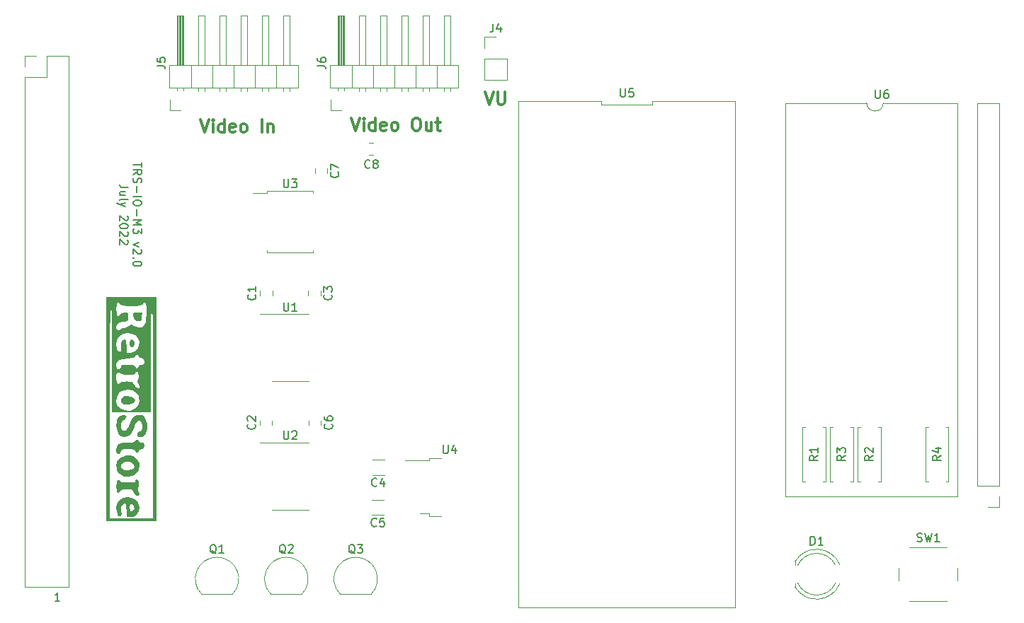
<source format=gbr>
%TF.GenerationSoftware,KiCad,Pcbnew,(6.0.6-0)*%
%TF.CreationDate,2022-07-26T13:54:30-07:00*%
%TF.ProjectId,TRS-IO-M3,5452532d-494f-42d4-9d33-2e6b69636164,rev?*%
%TF.SameCoordinates,Original*%
%TF.FileFunction,Legend,Top*%
%TF.FilePolarity,Positive*%
%FSLAX46Y46*%
G04 Gerber Fmt 4.6, Leading zero omitted, Abs format (unit mm)*
G04 Created by KiCad (PCBNEW (6.0.6-0)) date 2022-07-26 13:54:30*
%MOMM*%
%LPD*%
G01*
G04 APERTURE LIST*
%ADD10C,0.300000*%
%ADD11C,0.150000*%
%ADD12C,0.120000*%
G04 APERTURE END LIST*
D10*
X154028571Y-68878571D02*
X154528571Y-70378571D01*
X155028571Y-68878571D01*
X155528571Y-70378571D02*
X155528571Y-69378571D01*
X155528571Y-68878571D02*
X155457142Y-68950000D01*
X155528571Y-69021428D01*
X155600000Y-68950000D01*
X155528571Y-68878571D01*
X155528571Y-69021428D01*
X156885714Y-70378571D02*
X156885714Y-68878571D01*
X156885714Y-70307142D02*
X156742857Y-70378571D01*
X156457142Y-70378571D01*
X156314285Y-70307142D01*
X156242857Y-70235714D01*
X156171428Y-70092857D01*
X156171428Y-69664285D01*
X156242857Y-69521428D01*
X156314285Y-69450000D01*
X156457142Y-69378571D01*
X156742857Y-69378571D01*
X156885714Y-69450000D01*
X158171428Y-70307142D02*
X158028571Y-70378571D01*
X157742857Y-70378571D01*
X157600000Y-70307142D01*
X157528571Y-70164285D01*
X157528571Y-69592857D01*
X157600000Y-69450000D01*
X157742857Y-69378571D01*
X158028571Y-69378571D01*
X158171428Y-69450000D01*
X158242857Y-69592857D01*
X158242857Y-69735714D01*
X157528571Y-69878571D01*
X159100000Y-70378571D02*
X158957142Y-70307142D01*
X158885714Y-70235714D01*
X158814285Y-70092857D01*
X158814285Y-69664285D01*
X158885714Y-69521428D01*
X158957142Y-69450000D01*
X159100000Y-69378571D01*
X159314285Y-69378571D01*
X159457142Y-69450000D01*
X159528571Y-69521428D01*
X159600000Y-69664285D01*
X159600000Y-70092857D01*
X159528571Y-70235714D01*
X159457142Y-70307142D01*
X159314285Y-70378571D01*
X159100000Y-70378571D01*
X161671428Y-68878571D02*
X161957142Y-68878571D01*
X162100000Y-68950000D01*
X162242857Y-69092857D01*
X162314285Y-69378571D01*
X162314285Y-69878571D01*
X162242857Y-70164285D01*
X162100000Y-70307142D01*
X161957142Y-70378571D01*
X161671428Y-70378571D01*
X161528571Y-70307142D01*
X161385714Y-70164285D01*
X161314285Y-69878571D01*
X161314285Y-69378571D01*
X161385714Y-69092857D01*
X161528571Y-68950000D01*
X161671428Y-68878571D01*
X163600000Y-69378571D02*
X163600000Y-70378571D01*
X162957142Y-69378571D02*
X162957142Y-70164285D01*
X163028571Y-70307142D01*
X163171428Y-70378571D01*
X163385714Y-70378571D01*
X163528571Y-70307142D01*
X163600000Y-70235714D01*
X164100000Y-69378571D02*
X164671428Y-69378571D01*
X164314285Y-68878571D02*
X164314285Y-70164285D01*
X164385714Y-70307142D01*
X164528571Y-70378571D01*
X164671428Y-70378571D01*
X135985714Y-69078571D02*
X136485714Y-70578571D01*
X136985714Y-69078571D01*
X137485714Y-70578571D02*
X137485714Y-69578571D01*
X137485714Y-69078571D02*
X137414285Y-69150000D01*
X137485714Y-69221428D01*
X137557142Y-69150000D01*
X137485714Y-69078571D01*
X137485714Y-69221428D01*
X138842857Y-70578571D02*
X138842857Y-69078571D01*
X138842857Y-70507142D02*
X138700000Y-70578571D01*
X138414285Y-70578571D01*
X138271428Y-70507142D01*
X138200000Y-70435714D01*
X138128571Y-70292857D01*
X138128571Y-69864285D01*
X138200000Y-69721428D01*
X138271428Y-69650000D01*
X138414285Y-69578571D01*
X138700000Y-69578571D01*
X138842857Y-69650000D01*
X140128571Y-70507142D02*
X139985714Y-70578571D01*
X139700000Y-70578571D01*
X139557142Y-70507142D01*
X139485714Y-70364285D01*
X139485714Y-69792857D01*
X139557142Y-69650000D01*
X139700000Y-69578571D01*
X139985714Y-69578571D01*
X140128571Y-69650000D01*
X140200000Y-69792857D01*
X140200000Y-69935714D01*
X139485714Y-70078571D01*
X141057142Y-70578571D02*
X140914285Y-70507142D01*
X140842857Y-70435714D01*
X140771428Y-70292857D01*
X140771428Y-69864285D01*
X140842857Y-69721428D01*
X140914285Y-69650000D01*
X141057142Y-69578571D01*
X141271428Y-69578571D01*
X141414285Y-69650000D01*
X141485714Y-69721428D01*
X141557142Y-69864285D01*
X141557142Y-70292857D01*
X141485714Y-70435714D01*
X141414285Y-70507142D01*
X141271428Y-70578571D01*
X141057142Y-70578571D01*
X143342857Y-70578571D02*
X143342857Y-69078571D01*
X144057142Y-69578571D02*
X144057142Y-70578571D01*
X144057142Y-69721428D02*
X144128571Y-69650000D01*
X144271428Y-69578571D01*
X144485714Y-69578571D01*
X144628571Y-69650000D01*
X144700000Y-69792857D01*
X144700000Y-70578571D01*
D11*
X128952619Y-74188095D02*
X128952619Y-74759523D01*
X127952619Y-74473809D02*
X128952619Y-74473809D01*
X127952619Y-75664285D02*
X128428809Y-75330952D01*
X127952619Y-75092857D02*
X128952619Y-75092857D01*
X128952619Y-75473809D01*
X128905000Y-75569047D01*
X128857380Y-75616666D01*
X128762142Y-75664285D01*
X128619285Y-75664285D01*
X128524047Y-75616666D01*
X128476428Y-75569047D01*
X128428809Y-75473809D01*
X128428809Y-75092857D01*
X128000238Y-76045238D02*
X127952619Y-76188095D01*
X127952619Y-76426190D01*
X128000238Y-76521428D01*
X128047857Y-76569047D01*
X128143095Y-76616666D01*
X128238333Y-76616666D01*
X128333571Y-76569047D01*
X128381190Y-76521428D01*
X128428809Y-76426190D01*
X128476428Y-76235714D01*
X128524047Y-76140476D01*
X128571666Y-76092857D01*
X128666904Y-76045238D01*
X128762142Y-76045238D01*
X128857380Y-76092857D01*
X128905000Y-76140476D01*
X128952619Y-76235714D01*
X128952619Y-76473809D01*
X128905000Y-76616666D01*
X128333571Y-77045238D02*
X128333571Y-77807142D01*
X127952619Y-78283333D02*
X128952619Y-78283333D01*
X128952619Y-78949999D02*
X128952619Y-79140476D01*
X128905000Y-79235714D01*
X128809761Y-79330952D01*
X128619285Y-79378571D01*
X128285952Y-79378571D01*
X128095476Y-79330952D01*
X128000238Y-79235714D01*
X127952619Y-79140476D01*
X127952619Y-78949999D01*
X128000238Y-78854761D01*
X128095476Y-78759523D01*
X128285952Y-78711904D01*
X128619285Y-78711904D01*
X128809761Y-78759523D01*
X128905000Y-78854761D01*
X128952619Y-78949999D01*
X128333571Y-79807142D02*
X128333571Y-80569047D01*
X127952619Y-81045238D02*
X128952619Y-81045238D01*
X128238333Y-81378571D01*
X128952619Y-81711904D01*
X127952619Y-81711904D01*
X128952619Y-82092857D02*
X128952619Y-82711904D01*
X128571666Y-82378571D01*
X128571666Y-82521428D01*
X128524047Y-82616666D01*
X128476428Y-82664285D01*
X128381190Y-82711904D01*
X128143095Y-82711904D01*
X128047857Y-82664285D01*
X128000238Y-82616666D01*
X127952619Y-82521428D01*
X127952619Y-82235714D01*
X128000238Y-82140476D01*
X128047857Y-82092857D01*
X128619285Y-83807142D02*
X127952619Y-84045238D01*
X128619285Y-84283333D01*
X128857380Y-84616666D02*
X128905000Y-84664285D01*
X128952619Y-84759523D01*
X128952619Y-84997619D01*
X128905000Y-85092857D01*
X128857380Y-85140476D01*
X128762142Y-85188095D01*
X128666904Y-85188095D01*
X128524047Y-85140476D01*
X127952619Y-84569047D01*
X127952619Y-85188095D01*
X128047857Y-85616666D02*
X128000238Y-85664285D01*
X127952619Y-85616666D01*
X128000238Y-85569047D01*
X128047857Y-85616666D01*
X127952619Y-85616666D01*
X128952619Y-86283333D02*
X128952619Y-86378571D01*
X128905000Y-86473809D01*
X128857380Y-86521428D01*
X128762142Y-86569047D01*
X128571666Y-86616666D01*
X128333571Y-86616666D01*
X128143095Y-86569047D01*
X128047857Y-86521428D01*
X128000238Y-86473809D01*
X127952619Y-86378571D01*
X127952619Y-86283333D01*
X128000238Y-86188095D01*
X128047857Y-86140476D01*
X128143095Y-86092857D01*
X128333571Y-86045238D01*
X128571666Y-86045238D01*
X128762142Y-86092857D01*
X128857380Y-86140476D01*
X128905000Y-86188095D01*
X128952619Y-86283333D01*
X127342619Y-77211904D02*
X126628333Y-77211904D01*
X126485476Y-77164285D01*
X126390238Y-77069047D01*
X126342619Y-76926190D01*
X126342619Y-76830952D01*
X127009285Y-78116666D02*
X126342619Y-78116666D01*
X127009285Y-77688095D02*
X126485476Y-77688095D01*
X126390238Y-77735714D01*
X126342619Y-77830952D01*
X126342619Y-77973809D01*
X126390238Y-78069047D01*
X126437857Y-78116666D01*
X126342619Y-78735714D02*
X126390238Y-78640476D01*
X126485476Y-78592857D01*
X127342619Y-78592857D01*
X127009285Y-79021428D02*
X126342619Y-79259523D01*
X127009285Y-79497619D02*
X126342619Y-79259523D01*
X126104523Y-79164285D01*
X126056904Y-79116666D01*
X126009285Y-79021428D01*
X127247380Y-80592857D02*
X127295000Y-80640476D01*
X127342619Y-80735714D01*
X127342619Y-80973809D01*
X127295000Y-81069047D01*
X127247380Y-81116666D01*
X127152142Y-81164285D01*
X127056904Y-81164285D01*
X126914047Y-81116666D01*
X126342619Y-80545238D01*
X126342619Y-81164285D01*
X127342619Y-81783333D02*
X127342619Y-81878571D01*
X127295000Y-81973809D01*
X127247380Y-82021428D01*
X127152142Y-82069047D01*
X126961666Y-82116666D01*
X126723571Y-82116666D01*
X126533095Y-82069047D01*
X126437857Y-82021428D01*
X126390238Y-81973809D01*
X126342619Y-81878571D01*
X126342619Y-81783333D01*
X126390238Y-81688095D01*
X126437857Y-81640476D01*
X126533095Y-81592857D01*
X126723571Y-81545238D01*
X126961666Y-81545238D01*
X127152142Y-81592857D01*
X127247380Y-81640476D01*
X127295000Y-81688095D01*
X127342619Y-81783333D01*
X127247380Y-82497619D02*
X127295000Y-82545238D01*
X127342619Y-82640476D01*
X127342619Y-82878571D01*
X127295000Y-82973809D01*
X127247380Y-83021428D01*
X127152142Y-83069047D01*
X127056904Y-83069047D01*
X126914047Y-83021428D01*
X126342619Y-82450000D01*
X126342619Y-83069047D01*
X127247380Y-83450000D02*
X127295000Y-83497619D01*
X127342619Y-83592857D01*
X127342619Y-83830952D01*
X127295000Y-83926190D01*
X127247380Y-83973809D01*
X127152142Y-84021428D01*
X127056904Y-84021428D01*
X126914047Y-83973809D01*
X126342619Y-83402380D01*
X126342619Y-84021428D01*
X119157714Y-126690380D02*
X118586285Y-126690380D01*
X118872000Y-126690380D02*
X118872000Y-125690380D01*
X118776761Y-125833238D01*
X118681523Y-125928476D01*
X118586285Y-125976095D01*
D10*
X170014285Y-65749571D02*
X170514285Y-67249571D01*
X171014285Y-65749571D01*
X171514285Y-65749571D02*
X171514285Y-66963857D01*
X171585714Y-67106714D01*
X171657142Y-67178142D01*
X171800000Y-67249571D01*
X172085714Y-67249571D01*
X172228571Y-67178142D01*
X172300000Y-67106714D01*
X172371428Y-66963857D01*
X172371428Y-65749571D01*
D11*
%TO.C,R1*%
X209802380Y-109299666D02*
X209326190Y-109633000D01*
X209802380Y-109871095D02*
X208802380Y-109871095D01*
X208802380Y-109490142D01*
X208850000Y-109394904D01*
X208897619Y-109347285D01*
X208992857Y-109299666D01*
X209135714Y-109299666D01*
X209230952Y-109347285D01*
X209278571Y-109394904D01*
X209326190Y-109490142D01*
X209326190Y-109871095D01*
X209802380Y-108347285D02*
X209802380Y-108918714D01*
X209802380Y-108633000D02*
X208802380Y-108633000D01*
X208945238Y-108728238D01*
X209040476Y-108823476D01*
X209088095Y-108918714D01*
%TO.C,R2*%
X216406380Y-109299666D02*
X215930190Y-109633000D01*
X216406380Y-109871095D02*
X215406380Y-109871095D01*
X215406380Y-109490142D01*
X215454000Y-109394904D01*
X215501619Y-109347285D01*
X215596857Y-109299666D01*
X215739714Y-109299666D01*
X215834952Y-109347285D01*
X215882571Y-109394904D01*
X215930190Y-109490142D01*
X215930190Y-109871095D01*
X215501619Y-108918714D02*
X215454000Y-108871095D01*
X215406380Y-108775857D01*
X215406380Y-108537761D01*
X215454000Y-108442523D01*
X215501619Y-108394904D01*
X215596857Y-108347285D01*
X215692095Y-108347285D01*
X215834952Y-108394904D01*
X216406380Y-108966333D01*
X216406380Y-108347285D01*
%TO.C,J5*%
X130782380Y-62623333D02*
X131496666Y-62623333D01*
X131639523Y-62670952D01*
X131734761Y-62766190D01*
X131782380Y-62909047D01*
X131782380Y-63004285D01*
X130782380Y-61670952D02*
X130782380Y-62147142D01*
X131258571Y-62194761D01*
X131210952Y-62147142D01*
X131163333Y-62051904D01*
X131163333Y-61813809D01*
X131210952Y-61718571D01*
X131258571Y-61670952D01*
X131353809Y-61623333D01*
X131591904Y-61623333D01*
X131687142Y-61670952D01*
X131734761Y-61718571D01*
X131782380Y-61813809D01*
X131782380Y-62051904D01*
X131734761Y-62147142D01*
X131687142Y-62194761D01*
%TO.C,C6*%
X151687142Y-105516666D02*
X151734761Y-105564285D01*
X151782380Y-105707142D01*
X151782380Y-105802380D01*
X151734761Y-105945238D01*
X151639523Y-106040476D01*
X151544285Y-106088095D01*
X151353809Y-106135714D01*
X151210952Y-106135714D01*
X151020476Y-106088095D01*
X150925238Y-106040476D01*
X150830000Y-105945238D01*
X150782380Y-105802380D01*
X150782380Y-105707142D01*
X150830000Y-105564285D01*
X150877619Y-105516666D01*
X150782380Y-104659523D02*
X150782380Y-104850000D01*
X150830000Y-104945238D01*
X150877619Y-104992857D01*
X151020476Y-105088095D01*
X151210952Y-105135714D01*
X151591904Y-105135714D01*
X151687142Y-105088095D01*
X151734761Y-105040476D01*
X151782380Y-104945238D01*
X151782380Y-104754761D01*
X151734761Y-104659523D01*
X151687142Y-104611904D01*
X151591904Y-104564285D01*
X151353809Y-104564285D01*
X151258571Y-104611904D01*
X151210952Y-104659523D01*
X151163333Y-104754761D01*
X151163333Y-104945238D01*
X151210952Y-105040476D01*
X151258571Y-105088095D01*
X151353809Y-105135714D01*
%TO.C,U5*%
X186208095Y-65337380D02*
X186208095Y-66146904D01*
X186255714Y-66242142D01*
X186303333Y-66289761D01*
X186398571Y-66337380D01*
X186589047Y-66337380D01*
X186684285Y-66289761D01*
X186731904Y-66242142D01*
X186779523Y-66146904D01*
X186779523Y-65337380D01*
X187731904Y-65337380D02*
X187255714Y-65337380D01*
X187208095Y-65813571D01*
X187255714Y-65765952D01*
X187350952Y-65718333D01*
X187589047Y-65718333D01*
X187684285Y-65765952D01*
X187731904Y-65813571D01*
X187779523Y-65908809D01*
X187779523Y-66146904D01*
X187731904Y-66242142D01*
X187684285Y-66289761D01*
X187589047Y-66337380D01*
X187350952Y-66337380D01*
X187255714Y-66289761D01*
X187208095Y-66242142D01*
%TO.C,C1*%
X142527142Y-90016666D02*
X142574761Y-90064285D01*
X142622380Y-90207142D01*
X142622380Y-90302380D01*
X142574761Y-90445238D01*
X142479523Y-90540476D01*
X142384285Y-90588095D01*
X142193809Y-90635714D01*
X142050952Y-90635714D01*
X141860476Y-90588095D01*
X141765238Y-90540476D01*
X141670000Y-90445238D01*
X141622380Y-90302380D01*
X141622380Y-90207142D01*
X141670000Y-90064285D01*
X141717619Y-90016666D01*
X142622380Y-89064285D02*
X142622380Y-89635714D01*
X142622380Y-89350000D02*
X141622380Y-89350000D01*
X141765238Y-89445238D01*
X141860476Y-89540476D01*
X141908095Y-89635714D01*
%TO.C,C7*%
X152437142Y-75366666D02*
X152484761Y-75414285D01*
X152532380Y-75557142D01*
X152532380Y-75652380D01*
X152484761Y-75795238D01*
X152389523Y-75890476D01*
X152294285Y-75938095D01*
X152103809Y-75985714D01*
X151960952Y-75985714D01*
X151770476Y-75938095D01*
X151675238Y-75890476D01*
X151580000Y-75795238D01*
X151532380Y-75652380D01*
X151532380Y-75557142D01*
X151580000Y-75414285D01*
X151627619Y-75366666D01*
X151532380Y-75033333D02*
X151532380Y-74366666D01*
X152532380Y-74795238D01*
%TO.C,U4*%
X165013095Y-108027380D02*
X165013095Y-108836904D01*
X165060714Y-108932142D01*
X165108333Y-108979761D01*
X165203571Y-109027380D01*
X165394047Y-109027380D01*
X165489285Y-108979761D01*
X165536904Y-108932142D01*
X165584523Y-108836904D01*
X165584523Y-108027380D01*
X166489285Y-108360714D02*
X166489285Y-109027380D01*
X166251190Y-107979761D02*
X166013095Y-108694047D01*
X166632142Y-108694047D01*
%TO.C,U2*%
X145938095Y-106352380D02*
X145938095Y-107161904D01*
X145985714Y-107257142D01*
X146033333Y-107304761D01*
X146128571Y-107352380D01*
X146319047Y-107352380D01*
X146414285Y-107304761D01*
X146461904Y-107257142D01*
X146509523Y-107161904D01*
X146509523Y-106352380D01*
X146938095Y-106447619D02*
X146985714Y-106400000D01*
X147080952Y-106352380D01*
X147319047Y-106352380D01*
X147414285Y-106400000D01*
X147461904Y-106447619D01*
X147509523Y-106542857D01*
X147509523Y-106638095D01*
X147461904Y-106780952D01*
X146890476Y-107352380D01*
X147509523Y-107352380D01*
%TO.C,C3*%
X151637142Y-90016666D02*
X151684761Y-90064285D01*
X151732380Y-90207142D01*
X151732380Y-90302380D01*
X151684761Y-90445238D01*
X151589523Y-90540476D01*
X151494285Y-90588095D01*
X151303809Y-90635714D01*
X151160952Y-90635714D01*
X150970476Y-90588095D01*
X150875238Y-90540476D01*
X150780000Y-90445238D01*
X150732380Y-90302380D01*
X150732380Y-90207142D01*
X150780000Y-90064285D01*
X150827619Y-90016666D01*
X150732380Y-89683333D02*
X150732380Y-89064285D01*
X151113333Y-89397619D01*
X151113333Y-89254761D01*
X151160952Y-89159523D01*
X151208571Y-89111904D01*
X151303809Y-89064285D01*
X151541904Y-89064285D01*
X151637142Y-89111904D01*
X151684761Y-89159523D01*
X151732380Y-89254761D01*
X151732380Y-89540476D01*
X151684761Y-89635714D01*
X151637142Y-89683333D01*
%TO.C,Q2*%
X146164761Y-121047619D02*
X146069523Y-121000000D01*
X145974285Y-120904761D01*
X145831428Y-120761904D01*
X145736190Y-120714285D01*
X145640952Y-120714285D01*
X145688571Y-120952380D02*
X145593333Y-120904761D01*
X145498095Y-120809523D01*
X145450476Y-120619047D01*
X145450476Y-120285714D01*
X145498095Y-120095238D01*
X145593333Y-120000000D01*
X145688571Y-119952380D01*
X145879047Y-119952380D01*
X145974285Y-120000000D01*
X146069523Y-120095238D01*
X146117142Y-120285714D01*
X146117142Y-120619047D01*
X146069523Y-120809523D01*
X145974285Y-120904761D01*
X145879047Y-120952380D01*
X145688571Y-120952380D01*
X146498095Y-120047619D02*
X146545714Y-120000000D01*
X146640952Y-119952380D01*
X146879047Y-119952380D01*
X146974285Y-120000000D01*
X147021904Y-120047619D01*
X147069523Y-120142857D01*
X147069523Y-120238095D01*
X147021904Y-120380952D01*
X146450476Y-120952380D01*
X147069523Y-120952380D01*
%TO.C,C4*%
X157083333Y-112907142D02*
X157035714Y-112954761D01*
X156892857Y-113002380D01*
X156797619Y-113002380D01*
X156654761Y-112954761D01*
X156559523Y-112859523D01*
X156511904Y-112764285D01*
X156464285Y-112573809D01*
X156464285Y-112430952D01*
X156511904Y-112240476D01*
X156559523Y-112145238D01*
X156654761Y-112050000D01*
X156797619Y-112002380D01*
X156892857Y-112002380D01*
X157035714Y-112050000D01*
X157083333Y-112097619D01*
X157940476Y-112335714D02*
X157940476Y-113002380D01*
X157702380Y-111954761D02*
X157464285Y-112669047D01*
X158083333Y-112669047D01*
%TO.C,J4*%
X170966666Y-57597380D02*
X170966666Y-58311666D01*
X170919047Y-58454523D01*
X170823809Y-58549761D01*
X170680952Y-58597380D01*
X170585714Y-58597380D01*
X171871428Y-57930714D02*
X171871428Y-58597380D01*
X171633333Y-57549761D02*
X171395238Y-58264047D01*
X172014285Y-58264047D01*
%TO.C,U6*%
X216688095Y-65522380D02*
X216688095Y-66331904D01*
X216735714Y-66427142D01*
X216783333Y-66474761D01*
X216878571Y-66522380D01*
X217069047Y-66522380D01*
X217164285Y-66474761D01*
X217211904Y-66427142D01*
X217259523Y-66331904D01*
X217259523Y-65522380D01*
X218164285Y-65522380D02*
X217973809Y-65522380D01*
X217878571Y-65570000D01*
X217830952Y-65617619D01*
X217735714Y-65760476D01*
X217688095Y-65950952D01*
X217688095Y-66331904D01*
X217735714Y-66427142D01*
X217783333Y-66474761D01*
X217878571Y-66522380D01*
X218069047Y-66522380D01*
X218164285Y-66474761D01*
X218211904Y-66427142D01*
X218259523Y-66331904D01*
X218259523Y-66093809D01*
X218211904Y-65998571D01*
X218164285Y-65950952D01*
X218069047Y-65903333D01*
X217878571Y-65903333D01*
X217783333Y-65950952D01*
X217735714Y-65998571D01*
X217688095Y-66093809D01*
%TO.C,R4*%
X224506380Y-109299666D02*
X224030190Y-109633000D01*
X224506380Y-109871095D02*
X223506380Y-109871095D01*
X223506380Y-109490142D01*
X223554000Y-109394904D01*
X223601619Y-109347285D01*
X223696857Y-109299666D01*
X223839714Y-109299666D01*
X223934952Y-109347285D01*
X223982571Y-109394904D01*
X224030190Y-109490142D01*
X224030190Y-109871095D01*
X223839714Y-108442523D02*
X224506380Y-108442523D01*
X223458761Y-108680619D02*
X224173047Y-108918714D01*
X224173047Y-108299666D01*
%TO.C,Q1*%
X137874761Y-121047619D02*
X137779523Y-121000000D01*
X137684285Y-120904761D01*
X137541428Y-120761904D01*
X137446190Y-120714285D01*
X137350952Y-120714285D01*
X137398571Y-120952380D02*
X137303333Y-120904761D01*
X137208095Y-120809523D01*
X137160476Y-120619047D01*
X137160476Y-120285714D01*
X137208095Y-120095238D01*
X137303333Y-120000000D01*
X137398571Y-119952380D01*
X137589047Y-119952380D01*
X137684285Y-120000000D01*
X137779523Y-120095238D01*
X137827142Y-120285714D01*
X137827142Y-120619047D01*
X137779523Y-120809523D01*
X137684285Y-120904761D01*
X137589047Y-120952380D01*
X137398571Y-120952380D01*
X138779523Y-120952380D02*
X138208095Y-120952380D01*
X138493809Y-120952380D02*
X138493809Y-119952380D01*
X138398571Y-120095238D01*
X138303333Y-120190476D01*
X138208095Y-120238095D01*
%TO.C,J6*%
X149982380Y-62623333D02*
X150696666Y-62623333D01*
X150839523Y-62670952D01*
X150934761Y-62766190D01*
X150982380Y-62909047D01*
X150982380Y-63004285D01*
X149982380Y-61718571D02*
X149982380Y-61909047D01*
X150030000Y-62004285D01*
X150077619Y-62051904D01*
X150220476Y-62147142D01*
X150410952Y-62194761D01*
X150791904Y-62194761D01*
X150887142Y-62147142D01*
X150934761Y-62099523D01*
X150982380Y-62004285D01*
X150982380Y-61813809D01*
X150934761Y-61718571D01*
X150887142Y-61670952D01*
X150791904Y-61623333D01*
X150553809Y-61623333D01*
X150458571Y-61670952D01*
X150410952Y-61718571D01*
X150363333Y-61813809D01*
X150363333Y-62004285D01*
X150410952Y-62099523D01*
X150458571Y-62147142D01*
X150553809Y-62194761D01*
%TO.C,R3*%
X213088380Y-109299666D02*
X212612190Y-109633000D01*
X213088380Y-109871095D02*
X212088380Y-109871095D01*
X212088380Y-109490142D01*
X212136000Y-109394904D01*
X212183619Y-109347285D01*
X212278857Y-109299666D01*
X212421714Y-109299666D01*
X212516952Y-109347285D01*
X212564571Y-109394904D01*
X212612190Y-109490142D01*
X212612190Y-109871095D01*
X212088380Y-108966333D02*
X212088380Y-108347285D01*
X212469333Y-108680619D01*
X212469333Y-108537761D01*
X212516952Y-108442523D01*
X212564571Y-108394904D01*
X212659809Y-108347285D01*
X212897904Y-108347285D01*
X212993142Y-108394904D01*
X213040761Y-108442523D01*
X213088380Y-108537761D01*
X213088380Y-108823476D01*
X213040761Y-108918714D01*
X212993142Y-108966333D01*
%TO.C,D1*%
X208916904Y-119992380D02*
X208916904Y-118992380D01*
X209155000Y-118992380D01*
X209297857Y-119040000D01*
X209393095Y-119135238D01*
X209440714Y-119230476D01*
X209488333Y-119420952D01*
X209488333Y-119563809D01*
X209440714Y-119754285D01*
X209393095Y-119849523D01*
X209297857Y-119944761D01*
X209155000Y-119992380D01*
X208916904Y-119992380D01*
X210440714Y-119992380D02*
X209869285Y-119992380D01*
X210155000Y-119992380D02*
X210155000Y-118992380D01*
X210059761Y-119135238D01*
X209964523Y-119230476D01*
X209869285Y-119278095D01*
%TO.C,C2*%
X142477142Y-105516666D02*
X142524761Y-105564285D01*
X142572380Y-105707142D01*
X142572380Y-105802380D01*
X142524761Y-105945238D01*
X142429523Y-106040476D01*
X142334285Y-106088095D01*
X142143809Y-106135714D01*
X142000952Y-106135714D01*
X141810476Y-106088095D01*
X141715238Y-106040476D01*
X141620000Y-105945238D01*
X141572380Y-105802380D01*
X141572380Y-105707142D01*
X141620000Y-105564285D01*
X141667619Y-105516666D01*
X141667619Y-105135714D02*
X141620000Y-105088095D01*
X141572380Y-104992857D01*
X141572380Y-104754761D01*
X141620000Y-104659523D01*
X141667619Y-104611904D01*
X141762857Y-104564285D01*
X141858095Y-104564285D01*
X142000952Y-104611904D01*
X142572380Y-105183333D01*
X142572380Y-104564285D01*
%TO.C,SW1*%
X221666666Y-119550761D02*
X221809523Y-119598380D01*
X222047619Y-119598380D01*
X222142857Y-119550761D01*
X222190476Y-119503142D01*
X222238095Y-119407904D01*
X222238095Y-119312666D01*
X222190476Y-119217428D01*
X222142857Y-119169809D01*
X222047619Y-119122190D01*
X221857142Y-119074571D01*
X221761904Y-119026952D01*
X221714285Y-118979333D01*
X221666666Y-118884095D01*
X221666666Y-118788857D01*
X221714285Y-118693619D01*
X221761904Y-118646000D01*
X221857142Y-118598380D01*
X222095238Y-118598380D01*
X222238095Y-118646000D01*
X222571428Y-118598380D02*
X222809523Y-119598380D01*
X223000000Y-118884095D01*
X223190476Y-119598380D01*
X223428571Y-118598380D01*
X224333333Y-119598380D02*
X223761904Y-119598380D01*
X224047619Y-119598380D02*
X224047619Y-118598380D01*
X223952380Y-118741238D01*
X223857142Y-118836476D01*
X223761904Y-118884095D01*
%TO.C,U1*%
X145938095Y-90977380D02*
X145938095Y-91786904D01*
X145985714Y-91882142D01*
X146033333Y-91929761D01*
X146128571Y-91977380D01*
X146319047Y-91977380D01*
X146414285Y-91929761D01*
X146461904Y-91882142D01*
X146509523Y-91786904D01*
X146509523Y-90977380D01*
X147509523Y-91977380D02*
X146938095Y-91977380D01*
X147223809Y-91977380D02*
X147223809Y-90977380D01*
X147128571Y-91120238D01*
X147033333Y-91215476D01*
X146938095Y-91263095D01*
%TO.C,C5*%
X157033333Y-117707142D02*
X156985714Y-117754761D01*
X156842857Y-117802380D01*
X156747619Y-117802380D01*
X156604761Y-117754761D01*
X156509523Y-117659523D01*
X156461904Y-117564285D01*
X156414285Y-117373809D01*
X156414285Y-117230952D01*
X156461904Y-117040476D01*
X156509523Y-116945238D01*
X156604761Y-116850000D01*
X156747619Y-116802380D01*
X156842857Y-116802380D01*
X156985714Y-116850000D01*
X157033333Y-116897619D01*
X157938095Y-116802380D02*
X157461904Y-116802380D01*
X157414285Y-117278571D01*
X157461904Y-117230952D01*
X157557142Y-117183333D01*
X157795238Y-117183333D01*
X157890476Y-117230952D01*
X157938095Y-117278571D01*
X157985714Y-117373809D01*
X157985714Y-117611904D01*
X157938095Y-117707142D01*
X157890476Y-117754761D01*
X157795238Y-117802380D01*
X157557142Y-117802380D01*
X157461904Y-117754761D01*
X157414285Y-117707142D01*
%TO.C,C8*%
X156245833Y-74807142D02*
X156198214Y-74854761D01*
X156055357Y-74902380D01*
X155960119Y-74902380D01*
X155817261Y-74854761D01*
X155722023Y-74759523D01*
X155674404Y-74664285D01*
X155626785Y-74473809D01*
X155626785Y-74330952D01*
X155674404Y-74140476D01*
X155722023Y-74045238D01*
X155817261Y-73950000D01*
X155960119Y-73902380D01*
X156055357Y-73902380D01*
X156198214Y-73950000D01*
X156245833Y-73997619D01*
X156817261Y-74330952D02*
X156722023Y-74283333D01*
X156674404Y-74235714D01*
X156626785Y-74140476D01*
X156626785Y-74092857D01*
X156674404Y-73997619D01*
X156722023Y-73950000D01*
X156817261Y-73902380D01*
X157007738Y-73902380D01*
X157102976Y-73950000D01*
X157150595Y-73997619D01*
X157198214Y-74092857D01*
X157198214Y-74140476D01*
X157150595Y-74235714D01*
X157102976Y-74283333D01*
X157007738Y-74330952D01*
X156817261Y-74330952D01*
X156722023Y-74378571D01*
X156674404Y-74426190D01*
X156626785Y-74521428D01*
X156626785Y-74711904D01*
X156674404Y-74807142D01*
X156722023Y-74854761D01*
X156817261Y-74902380D01*
X157007738Y-74902380D01*
X157102976Y-74854761D01*
X157150595Y-74807142D01*
X157198214Y-74711904D01*
X157198214Y-74521428D01*
X157150595Y-74426190D01*
X157102976Y-74378571D01*
X157007738Y-74330952D01*
%TO.C,U3*%
X145938095Y-76202380D02*
X145938095Y-77011904D01*
X145985714Y-77107142D01*
X146033333Y-77154761D01*
X146128571Y-77202380D01*
X146319047Y-77202380D01*
X146414285Y-77154761D01*
X146461904Y-77107142D01*
X146509523Y-77011904D01*
X146509523Y-76202380D01*
X146890476Y-76202380D02*
X147509523Y-76202380D01*
X147176190Y-76583333D01*
X147319047Y-76583333D01*
X147414285Y-76630952D01*
X147461904Y-76678571D01*
X147509523Y-76773809D01*
X147509523Y-77011904D01*
X147461904Y-77107142D01*
X147414285Y-77154761D01*
X147319047Y-77202380D01*
X147033333Y-77202380D01*
X146938095Y-77154761D01*
X146890476Y-77107142D01*
%TO.C,Q3*%
X154454761Y-121047619D02*
X154359523Y-121000000D01*
X154264285Y-120904761D01*
X154121428Y-120761904D01*
X154026190Y-120714285D01*
X153930952Y-120714285D01*
X153978571Y-120952380D02*
X153883333Y-120904761D01*
X153788095Y-120809523D01*
X153740476Y-120619047D01*
X153740476Y-120285714D01*
X153788095Y-120095238D01*
X153883333Y-120000000D01*
X153978571Y-119952380D01*
X154169047Y-119952380D01*
X154264285Y-120000000D01*
X154359523Y-120095238D01*
X154407142Y-120285714D01*
X154407142Y-120619047D01*
X154359523Y-120809523D01*
X154264285Y-120904761D01*
X154169047Y-120952380D01*
X153978571Y-120952380D01*
X154740476Y-119952380D02*
X155359523Y-119952380D01*
X155026190Y-120333333D01*
X155169047Y-120333333D01*
X155264285Y-120380952D01*
X155311904Y-120428571D01*
X155359523Y-120523809D01*
X155359523Y-120761904D01*
X155311904Y-120857142D01*
X155264285Y-120904761D01*
X155169047Y-120952380D01*
X154883333Y-120952380D01*
X154788095Y-120904761D01*
X154740476Y-120857142D01*
%TO.C,G1*%
G36*
X127965165Y-95483734D02*
G01*
X128110028Y-95739563D01*
X128110282Y-96020372D01*
X128058914Y-96111904D01*
X127814323Y-96300770D01*
X127630240Y-96241954D01*
X127538716Y-95952217D01*
X127534031Y-95837435D01*
X127579189Y-95489564D01*
X127720438Y-95372184D01*
X127728829Y-95371990D01*
X127965165Y-95483734D01*
G37*
G36*
X127685152Y-109292423D02*
G01*
X128077344Y-109475841D01*
X128433221Y-109812468D01*
X128673653Y-110212250D01*
X128730890Y-110482514D01*
X128616417Y-111022893D01*
X128311023Y-111444917D01*
X127871745Y-111726439D01*
X127355619Y-111845314D01*
X126819684Y-111779395D01*
X126320975Y-111506535D01*
X126251611Y-111445174D01*
X126019663Y-111065917D01*
X125955145Y-110694900D01*
X126498971Y-110694900D01*
X126629738Y-110904555D01*
X126907469Y-111029718D01*
X127309417Y-111058338D01*
X127713947Y-110995342D01*
X127995935Y-110849203D01*
X128122817Y-110594787D01*
X128039524Y-110353323D01*
X127801192Y-110156445D01*
X127462959Y-110035784D01*
X127079962Y-110022974D01*
X126742270Y-110129958D01*
X126510864Y-110377953D01*
X126498971Y-110694900D01*
X125955145Y-110694900D01*
X125933371Y-110569683D01*
X125999962Y-110066601D01*
X126141617Y-109769051D01*
X126464128Y-109501868D01*
X126938734Y-109323485D01*
X127079962Y-109308176D01*
X127457402Y-109267263D01*
X127685152Y-109292423D01*
G37*
G36*
X127697540Y-102237671D02*
G01*
X128023304Y-102401208D01*
X128191521Y-102625391D01*
X128198953Y-102686126D01*
X128079641Y-102928142D01*
X127776377Y-103120358D01*
X127371169Y-103215034D01*
X127285161Y-103218063D01*
X126801737Y-103143577D01*
X126528971Y-102925656D01*
X126470157Y-102686126D01*
X126558879Y-102406895D01*
X126629738Y-102313770D01*
X126915281Y-102173670D01*
X127299707Y-102155065D01*
X127697540Y-102237671D01*
G37*
G36*
X126963346Y-104431322D02*
G01*
X127122791Y-104574130D01*
X127135079Y-104649356D01*
X127025322Y-104878615D01*
X126835864Y-105015063D01*
X126600084Y-105222413D01*
X126489859Y-105530735D01*
X126493335Y-105867587D01*
X126598660Y-106160527D01*
X126793980Y-106337114D01*
X127051250Y-106331445D01*
X127215950Y-106165924D01*
X127401005Y-105833193D01*
X127500304Y-105588077D01*
X127757460Y-104990411D01*
X128042033Y-104621573D01*
X128390934Y-104444591D01*
X128671533Y-104414922D01*
X129022594Y-104462748D01*
X129265539Y-104653856D01*
X129397269Y-104847121D01*
X129627904Y-105469620D01*
X129610052Y-106142706D01*
X129447151Y-106622311D01*
X129249161Y-106938765D01*
X129007555Y-107062945D01*
X128848722Y-107074607D01*
X128570647Y-107035385D01*
X128472145Y-106871167D01*
X128464922Y-106742147D01*
X128530333Y-106478191D01*
X128715387Y-106409686D01*
X128924415Y-106295081D01*
X129043143Y-106007036D01*
X129049399Y-105629208D01*
X128986778Y-105385789D01*
X128807729Y-105110820D01*
X128592100Y-105081695D01*
X128363288Y-105285138D01*
X128144691Y-105707875D01*
X128075729Y-105902686D01*
X127790506Y-106542470D01*
X127425746Y-106931420D01*
X126977353Y-107073747D01*
X126935602Y-107074607D01*
X126467349Y-106961576D01*
X126141297Y-106630951D01*
X125966597Y-106095435D01*
X125938220Y-105689928D01*
X125983280Y-105178408D01*
X126102401Y-104783782D01*
X126145237Y-104710480D01*
X126386476Y-104504936D01*
X126688543Y-104410070D01*
X126963346Y-104431322D01*
G37*
G36*
X128261154Y-114604770D02*
G01*
X128545496Y-114947912D01*
X128701065Y-115482515D01*
X128629916Y-115971605D01*
X128362467Y-116362074D01*
X127929135Y-116600815D01*
X127570934Y-116649477D01*
X127135079Y-116649477D01*
X127135079Y-115851571D01*
X127122373Y-115519110D01*
X127534031Y-115519110D01*
X127579189Y-115866981D01*
X127720438Y-115984360D01*
X127728829Y-115984555D01*
X127974080Y-115876794D01*
X128096418Y-115628203D01*
X128055367Y-115350823D01*
X127989714Y-115262377D01*
X127740028Y-115076147D01*
X127592355Y-115130518D01*
X127535494Y-115431802D01*
X127534031Y-115519110D01*
X127122373Y-115519110D01*
X127116894Y-115375749D01*
X127056146Y-115123350D01*
X126951885Y-115053665D01*
X126671650Y-115168027D01*
X126519147Y-115481173D01*
X126515555Y-115948196D01*
X126519105Y-115971302D01*
X126547918Y-116340485D01*
X126471531Y-116525546D01*
X126405031Y-116564059D01*
X126190540Y-116538190D01*
X126036997Y-116317693D01*
X125950007Y-115968090D01*
X125935176Y-115554898D01*
X125998109Y-115143639D01*
X126144414Y-114799833D01*
X126243828Y-114679939D01*
X126713057Y-114392725D01*
X127256015Y-114290319D01*
X127740028Y-114356152D01*
X127797210Y-114363930D01*
X128261154Y-114604770D01*
G37*
G36*
X128971640Y-92679058D02*
G01*
X128912689Y-93020624D01*
X128775521Y-93178728D01*
X128605357Y-93223624D01*
X128259619Y-93156469D01*
X128018483Y-92884881D01*
X127932984Y-92487410D01*
X127966005Y-92289929D01*
X128113865Y-92201466D01*
X128449760Y-92180397D01*
X128472949Y-92180367D01*
X129012914Y-92180367D01*
X128971640Y-92679058D01*
G37*
G36*
X128612122Y-107487773D02*
G01*
X128631152Y-107581197D01*
X128717694Y-107700713D01*
X128930367Y-107739529D01*
X129167967Y-107782467D01*
X129254888Y-107964993D01*
X129262827Y-108138482D01*
X129227820Y-108422847D01*
X129075378Y-108527157D01*
X128916139Y-108537435D01*
X128669054Y-108579609D01*
X128641208Y-108723743D01*
X128645996Y-108736911D01*
X128629108Y-108891587D01*
X128398429Y-108936388D01*
X128165115Y-108889463D01*
X128150862Y-108736911D01*
X128149289Y-108628598D01*
X128008501Y-108567320D01*
X127680719Y-108541195D01*
X127348783Y-108537435D01*
X126876343Y-108545464D01*
X126611326Y-108581326D01*
X126495384Y-108662686D01*
X126470157Y-108803403D01*
X126376123Y-109025661D01*
X126204189Y-109069372D01*
X126019394Y-109016016D01*
X125946009Y-108808939D01*
X125938220Y-108613426D01*
X125997104Y-108238082D01*
X126139568Y-107956433D01*
X126147195Y-107948504D01*
X126381714Y-107820937D01*
X126794451Y-107754493D01*
X127277562Y-107739529D01*
X127775676Y-107728606D01*
X128059998Y-107688031D01*
X128182098Y-107606094D01*
X128198953Y-107530302D01*
X128295239Y-107373638D01*
X128431675Y-107371969D01*
X128612122Y-107487773D01*
G37*
G36*
X130725654Y-117181414D02*
G01*
X124741361Y-117181414D01*
X124741361Y-116782461D01*
X125140314Y-116782461D01*
X130326702Y-116782461D01*
X130326702Y-103750000D01*
X130325347Y-101295430D01*
X130321296Y-99092454D01*
X130314563Y-97142668D01*
X130305165Y-95447669D01*
X130293118Y-94009051D01*
X130278439Y-92828411D01*
X130261143Y-91907344D01*
X130241248Y-91247446D01*
X130218769Y-90850313D01*
X130193723Y-90717539D01*
X130193717Y-90717539D01*
X130160086Y-90849804D01*
X130131201Y-91243803D01*
X130107147Y-91895340D01*
X130088006Y-92800223D01*
X130073861Y-93954258D01*
X130064796Y-95353249D01*
X130060892Y-96993003D01*
X130060733Y-97433246D01*
X130060733Y-104148953D01*
X125406283Y-104148953D01*
X125406283Y-102829812D01*
X125948035Y-102829812D01*
X126066830Y-103319773D01*
X126141617Y-103449273D01*
X126472730Y-103724051D01*
X126954813Y-103897035D01*
X127481743Y-103934569D01*
X127617245Y-103917238D01*
X128130656Y-103706251D01*
X128496976Y-103321352D01*
X128680329Y-102827006D01*
X128644838Y-102287677D01*
X128598132Y-102154736D01*
X128303987Y-101760026D01*
X127855811Y-101507223D01*
X127330377Y-101406062D01*
X126804457Y-101466277D01*
X126354824Y-101697602D01*
X126204716Y-101851262D01*
X125995607Y-102299526D01*
X125948035Y-102829812D01*
X125406283Y-102829812D01*
X125406283Y-100026440D01*
X125938220Y-100026440D01*
X125961259Y-100450148D01*
X126038772Y-100654900D01*
X126129848Y-100691361D01*
X126356260Y-100610314D01*
X126403665Y-100558377D01*
X126572548Y-100484289D01*
X126918763Y-100436012D01*
X127206885Y-100425393D01*
X127330377Y-100428849D01*
X127628463Y-100437190D01*
X127857866Y-100492558D01*
X127968543Y-100621458D01*
X128010163Y-100753088D01*
X128159739Y-101011589D01*
X128400907Y-101180641D01*
X128636324Y-101203200D01*
X128705169Y-101160364D01*
X128705030Y-100998855D01*
X128589037Y-100719882D01*
X128568348Y-100682776D01*
X128452008Y-100424394D01*
X128456650Y-100295649D01*
X128471107Y-100292408D01*
X128550513Y-100174416D01*
X128594675Y-99879661D01*
X128597906Y-99760471D01*
X128564967Y-99390599D01*
X128455777Y-99238188D01*
X128398429Y-99228534D01*
X128222123Y-99334984D01*
X128198953Y-99428011D01*
X128140859Y-99540341D01*
X127933451Y-99602539D01*
X127527041Y-99626176D01*
X127342403Y-99627487D01*
X126888446Y-99608277D01*
X126548118Y-99558139D01*
X126403665Y-99494503D01*
X126211253Y-99372140D01*
X126129848Y-99361518D01*
X126007737Y-99441461D01*
X125948728Y-99710418D01*
X125938220Y-100026440D01*
X125406283Y-100026440D01*
X125406283Y-98513404D01*
X125938220Y-98513404D01*
X125970384Y-98827314D01*
X126094674Y-98950494D01*
X126204189Y-98962566D01*
X126426446Y-98868531D01*
X126470157Y-98696597D01*
X126497098Y-98552659D01*
X126617100Y-98472410D01*
X126888933Y-98437767D01*
X127334555Y-98430628D01*
X127819409Y-98443946D01*
X128088892Y-98491531D01*
X128192623Y-98584834D01*
X128198953Y-98630105D01*
X128305402Y-98806411D01*
X128398429Y-98829581D01*
X128574736Y-98723132D01*
X128597906Y-98630105D01*
X128713509Y-98469671D01*
X128930367Y-98430628D01*
X129167967Y-98387690D01*
X129254888Y-98205164D01*
X129262827Y-98031676D01*
X129227045Y-97746555D01*
X129074941Y-97642250D01*
X128930367Y-97632723D01*
X128662976Y-97563360D01*
X128597906Y-97433246D01*
X128491456Y-97256940D01*
X128398429Y-97233770D01*
X128221951Y-97332511D01*
X128198953Y-97418239D01*
X128114344Y-97528580D01*
X127837117Y-97603345D01*
X127332171Y-97651598D01*
X127284374Y-97654387D01*
X126653964Y-97721123D01*
X126246570Y-97852991D01*
X126022208Y-98075507D01*
X125940894Y-98414184D01*
X125938220Y-98513404D01*
X125406283Y-98513404D01*
X125406283Y-97433246D01*
X125404082Y-96005859D01*
X125934194Y-96005859D01*
X125983781Y-96514746D01*
X126018940Y-96624464D01*
X126204771Y-96804909D01*
X126338746Y-96834817D01*
X126488216Y-96794300D01*
X126535061Y-96626797D01*
X126506656Y-96304152D01*
X126512797Y-95822777D01*
X126663392Y-95497503D01*
X126937477Y-95372222D01*
X126951885Y-95371990D01*
X127061131Y-95451195D01*
X127119079Y-95715783D01*
X127135079Y-96169895D01*
X127135079Y-96967801D01*
X127575448Y-96967801D01*
X128079939Y-96853912D01*
X128398429Y-96594361D01*
X128451800Y-96550867D01*
X128656815Y-96116604D01*
X128660767Y-95609058D01*
X128557742Y-95304547D01*
X128237623Y-94913484D01*
X127773053Y-94676823D01*
X127241633Y-94602566D01*
X126720965Y-94698717D01*
X126288649Y-94973279D01*
X126209951Y-95062408D01*
X126015028Y-95477231D01*
X125934194Y-96005859D01*
X125404082Y-96005859D01*
X125403664Y-95734849D01*
X125395862Y-94276182D01*
X125382960Y-93061439D01*
X125365042Y-92094814D01*
X125355015Y-91781414D01*
X125938220Y-91781414D01*
X125955972Y-92255252D01*
X126015742Y-92507174D01*
X126123469Y-92579319D01*
X126328765Y-92472051D01*
X126385263Y-92379843D01*
X126578558Y-92228894D01*
X126939456Y-92180367D01*
X127250854Y-92195661D01*
X127376345Y-92294160D01*
X127385404Y-92554788D01*
X127375829Y-92676094D01*
X127331874Y-92985440D01*
X127216358Y-93147143D01*
X126952021Y-93234229D01*
X126745770Y-93271618D01*
X126283179Y-93393263D01*
X126033087Y-93591176D01*
X125943582Y-93912870D01*
X125940256Y-94008901D01*
X126026196Y-94243670D01*
X126217163Y-94310195D01*
X126403665Y-94175131D01*
X126587853Y-94070402D01*
X126795734Y-94042147D01*
X127127779Y-93959448D01*
X127241633Y-93893025D01*
X127413848Y-93792553D01*
X127639235Y-93631434D01*
X127809002Y-93629202D01*
X128052801Y-93787483D01*
X128070807Y-93800783D01*
X128506450Y-93978316D01*
X128945875Y-93916698D01*
X129310469Y-93628539D01*
X129332422Y-93598409D01*
X129435424Y-93330499D01*
X129504314Y-92914737D01*
X129539173Y-92418733D01*
X129540079Y-91910100D01*
X129507114Y-91456449D01*
X129440357Y-91125394D01*
X129339890Y-90984544D01*
X129329319Y-90983508D01*
X129153013Y-91089958D01*
X129129843Y-91182984D01*
X129008838Y-91282498D01*
X128690444Y-91352434D01*
X128241587Y-91392792D01*
X127729199Y-91403572D01*
X127220206Y-91384775D01*
X126781537Y-91336399D01*
X126480123Y-91258446D01*
X126385263Y-91182984D01*
X126217824Y-91006245D01*
X126123469Y-90983508D01*
X126013458Y-91059969D01*
X125954970Y-91317411D01*
X125938220Y-91781414D01*
X125355015Y-91781414D01*
X125342189Y-91380502D01*
X125314487Y-90922696D01*
X125282016Y-90725591D01*
X125273298Y-90717539D01*
X125248252Y-90850252D01*
X125225772Y-91247324D01*
X125205877Y-91907162D01*
X125188581Y-92828169D01*
X125173901Y-94008750D01*
X125161854Y-95447308D01*
X125152455Y-97142249D01*
X125145721Y-99091976D01*
X125141669Y-101294894D01*
X125140314Y-103749407D01*
X125140314Y-116782461D01*
X124741361Y-116782461D01*
X124741361Y-90318587D01*
X130725654Y-90318587D01*
X130725654Y-117181414D01*
G37*
G36*
X128584455Y-112281898D02*
G01*
X128641699Y-112615452D01*
X128642290Y-112670031D01*
X128621386Y-113023424D01*
X128570334Y-113259523D01*
X128562352Y-113274809D01*
X128554949Y-113485361D01*
X128604644Y-113597187D01*
X128723104Y-113904761D01*
X128628988Y-114086735D01*
X128458004Y-114122775D01*
X128196189Y-114001010D01*
X128046042Y-113723822D01*
X127944657Y-113490972D01*
X127797654Y-113372423D01*
X127524128Y-113329900D01*
X127202789Y-113324869D01*
X126732101Y-113353065D01*
X126480949Y-113444657D01*
X126422066Y-113524346D01*
X126244343Y-113701252D01*
X126141870Y-113723822D01*
X126019714Y-113661863D01*
X125956665Y-113441300D01*
X125938235Y-113010107D01*
X125938220Y-112992408D01*
X125949764Y-112569726D01*
X125999677Y-112349532D01*
X126110879Y-112268796D01*
X126204189Y-112260995D01*
X126420284Y-112316685D01*
X126470157Y-112393979D01*
X126592289Y-112463471D01*
X126915822Y-112511050D01*
X127334555Y-112526963D01*
X127814613Y-112514761D01*
X128081950Y-112469684D01*
X128189046Y-112379030D01*
X128198953Y-112317736D01*
X128298658Y-112157956D01*
X128420650Y-112151506D01*
X128584455Y-112281898D01*
G37*
D12*
%TO.C,R1*%
X210720000Y-112403000D02*
X210390000Y-112403000D01*
X210720000Y-105863000D02*
X210720000Y-112403000D01*
X210390000Y-105863000D02*
X210720000Y-105863000D01*
X207980000Y-112403000D02*
X208310000Y-112403000D01*
X208310000Y-105863000D02*
X207980000Y-105863000D01*
X207980000Y-105863000D02*
X207980000Y-112403000D01*
%TO.C,R2*%
X214584000Y-105863000D02*
X214584000Y-112403000D01*
X217324000Y-112403000D02*
X216994000Y-112403000D01*
X214584000Y-112403000D02*
X214914000Y-112403000D01*
X216994000Y-105863000D02*
X217324000Y-105863000D01*
X217324000Y-105863000D02*
X217324000Y-112403000D01*
X214914000Y-105863000D02*
X214584000Y-105863000D01*
%TO.C,J5*%
X133880000Y-62575000D02*
X133880000Y-56575000D01*
X133980000Y-56575000D02*
X133980000Y-62575000D01*
X136520000Y-65632071D02*
X136520000Y-65235000D01*
X139950000Y-65235000D02*
X139950000Y-62575000D01*
X141600000Y-56575000D02*
X141600000Y-62575000D01*
X132270000Y-62575000D02*
X132270000Y-65235000D01*
X144140000Y-65632071D02*
X144140000Y-65235000D01*
X144140000Y-56575000D02*
X144140000Y-62575000D01*
X138300000Y-65632071D02*
X138300000Y-65235000D01*
X133760000Y-62575000D02*
X133760000Y-56575000D01*
X136520000Y-56575000D02*
X136520000Y-62575000D01*
X142490000Y-65235000D02*
X142490000Y-62575000D01*
X141600000Y-65632071D02*
X141600000Y-65235000D01*
X146680000Y-65632071D02*
X146680000Y-65235000D01*
X133520000Y-62575000D02*
X133520000Y-56575000D01*
X143380000Y-65632071D02*
X143380000Y-65235000D01*
X133280000Y-62575000D02*
X133280000Y-56575000D01*
X133980000Y-65565000D02*
X133980000Y-65235000D01*
X145920000Y-65632071D02*
X145920000Y-65235000D01*
X132270000Y-65235000D02*
X147630000Y-65235000D01*
X133400000Y-62575000D02*
X133400000Y-56575000D01*
X145920000Y-56575000D02*
X146680000Y-56575000D01*
X135760000Y-62575000D02*
X135760000Y-56575000D01*
X140840000Y-65632071D02*
X140840000Y-65235000D01*
X139060000Y-56575000D02*
X139060000Y-62575000D01*
X135760000Y-56575000D02*
X136520000Y-56575000D01*
X138300000Y-56575000D02*
X139060000Y-56575000D01*
X134870000Y-65235000D02*
X134870000Y-62575000D01*
X133220000Y-65565000D02*
X133220000Y-65235000D01*
X140840000Y-56575000D02*
X141600000Y-56575000D01*
X143380000Y-56575000D02*
X144140000Y-56575000D01*
X145030000Y-65235000D02*
X145030000Y-62575000D01*
X147630000Y-62575000D02*
X132270000Y-62575000D01*
X139060000Y-65632071D02*
X139060000Y-65235000D01*
X146680000Y-56575000D02*
X146680000Y-62575000D01*
X133220000Y-56575000D02*
X133980000Y-56575000D01*
X135760000Y-65632071D02*
X135760000Y-65235000D01*
X137410000Y-65235000D02*
X137410000Y-62575000D01*
X133600000Y-67945000D02*
X132330000Y-67945000D01*
X143380000Y-62575000D02*
X143380000Y-56575000D01*
X132330000Y-67945000D02*
X132330000Y-66675000D01*
X140840000Y-62575000D02*
X140840000Y-56575000D01*
X133640000Y-62575000D02*
X133640000Y-56575000D01*
X138300000Y-62575000D02*
X138300000Y-56575000D01*
X133220000Y-62575000D02*
X133220000Y-56575000D01*
X145920000Y-62575000D02*
X145920000Y-56575000D01*
X147630000Y-65235000D02*
X147630000Y-62575000D01*
%TO.C,C6*%
X150385000Y-105088748D02*
X150385000Y-105611252D01*
X148915000Y-105088748D02*
X148915000Y-105611252D01*
%TO.C,U5*%
X190010000Y-67245000D02*
X183930001Y-67245000D01*
X183930001Y-66885000D02*
X174020000Y-66885000D01*
X183930001Y-67245000D02*
X183930001Y-66885000D01*
X174020000Y-127505000D02*
X199920000Y-127505000D01*
X174020000Y-66885000D02*
X174020000Y-127505000D01*
X199920000Y-127505000D02*
X199920000Y-66885000D01*
X199920000Y-66885000D02*
X190010000Y-66885000D01*
X190010000Y-66885000D02*
X190010000Y-67245000D01*
%TO.C,C1*%
X144585000Y-90111252D02*
X144585000Y-89588748D01*
X143115000Y-90111252D02*
X143115000Y-89588748D01*
%TO.C,C7*%
X151135000Y-74938748D02*
X151135000Y-75461252D01*
X149665000Y-74938748D02*
X149665000Y-75461252D01*
%TO.C,U4*%
X164805000Y-116525000D02*
X163305000Y-116525000D01*
X163305000Y-116255000D02*
X162205000Y-116255000D01*
X164805000Y-109625000D02*
X163305000Y-109625000D01*
X163305000Y-109895000D02*
X160475000Y-109895000D01*
X163305000Y-116525000D02*
X163305000Y-116255000D01*
X163305000Y-109625000D02*
X163305000Y-109895000D01*
%TO.C,U2*%
X146700000Y-115785000D02*
X144500000Y-115785000D01*
X146700000Y-107715000D02*
X148900000Y-107715000D01*
X146700000Y-115785000D02*
X148900000Y-115785000D01*
X146700000Y-107715000D02*
X143100000Y-107715000D01*
%TO.C,C3*%
X148865000Y-89588748D02*
X148865000Y-90111252D01*
X150335000Y-89588748D02*
X150335000Y-90111252D01*
%TO.C,Q2*%
X144460000Y-125910000D02*
X148060000Y-125910000D01*
X146260000Y-121459999D02*
G75*
G03*
X144421522Y-125898478I0J-2600001D01*
G01*
X148098478Y-125898478D02*
G75*
G03*
X146260000Y-121460000I-1838478J1838478D01*
G01*
%TO.C,C4*%
X157961252Y-111610000D02*
X156538748Y-111610000D01*
X157961252Y-109790000D02*
X156538748Y-109790000D01*
%TO.C,J4*%
X169970000Y-59145000D02*
X171300000Y-59145000D01*
X172630000Y-61745000D02*
X172630000Y-64345000D01*
X169970000Y-61745000D02*
X172630000Y-61745000D01*
X169970000Y-64345000D02*
X172630000Y-64345000D01*
X169970000Y-60475000D02*
X169970000Y-59145000D01*
X169970000Y-61745000D02*
X169970000Y-64345000D01*
%TO.C,U6*%
X205910000Y-67082500D02*
X205910000Y-114062500D01*
X226475400Y-114062500D02*
X226475400Y-67082500D01*
X215637200Y-67070000D02*
X205910000Y-67070000D01*
X226475400Y-67070000D02*
X217637200Y-67070000D01*
X205910000Y-114180000D02*
X226475400Y-114180000D01*
X215637200Y-67044600D02*
G75*
G03*
X217637200Y-67044600I1000000J0D01*
G01*
%TO.C,R4*%
X223014000Y-112403000D02*
X222684000Y-112403000D01*
X225424000Y-112403000D02*
X225424000Y-105863000D01*
X222684000Y-105863000D02*
X223014000Y-105863000D01*
X225094000Y-112403000D02*
X225424000Y-112403000D01*
X225424000Y-105863000D02*
X225094000Y-105863000D01*
X222684000Y-112403000D02*
X222684000Y-105863000D01*
%TO.C,Q1*%
X136170000Y-125910000D02*
X139770000Y-125910000D01*
X137970000Y-121459999D02*
G75*
G03*
X136131522Y-125898478I0J-2600001D01*
G01*
X139808478Y-125898478D02*
G75*
G03*
X137970000Y-121460000I-1838478J1838478D01*
G01*
%TO.C,J6*%
X154960000Y-65632071D02*
X154960000Y-65235000D01*
X160040000Y-65632071D02*
X160040000Y-65235000D01*
X152420000Y-65565000D02*
X152420000Y-65235000D01*
X153080000Y-62575000D02*
X153080000Y-56575000D01*
X165880000Y-56575000D02*
X165880000Y-62575000D01*
X154960000Y-56575000D02*
X155720000Y-56575000D01*
X164230000Y-65235000D02*
X164230000Y-62575000D01*
X155720000Y-65632071D02*
X155720000Y-65235000D01*
X151470000Y-65235000D02*
X166830000Y-65235000D01*
X155720000Y-56575000D02*
X155720000Y-62575000D01*
X158260000Y-56575000D02*
X158260000Y-62575000D01*
X160800000Y-65632071D02*
X160800000Y-65235000D01*
X162580000Y-62575000D02*
X162580000Y-56575000D01*
X157500000Y-62575000D02*
X157500000Y-56575000D01*
X162580000Y-56575000D02*
X163340000Y-56575000D01*
X165120000Y-56575000D02*
X165880000Y-56575000D01*
X157500000Y-56575000D02*
X158260000Y-56575000D01*
X160040000Y-62575000D02*
X160040000Y-56575000D01*
X161690000Y-65235000D02*
X161690000Y-62575000D01*
X163340000Y-65632071D02*
X163340000Y-65235000D01*
X160040000Y-56575000D02*
X160800000Y-56575000D01*
X162580000Y-65632071D02*
X162580000Y-65235000D01*
X154070000Y-65235000D02*
X154070000Y-62575000D01*
X157500000Y-65632071D02*
X157500000Y-65235000D01*
X151470000Y-62575000D02*
X151470000Y-65235000D01*
X165880000Y-65632071D02*
X165880000Y-65235000D01*
X160800000Y-56575000D02*
X160800000Y-62575000D01*
X165120000Y-65632071D02*
X165120000Y-65235000D01*
X152840000Y-62575000D02*
X152840000Y-56575000D01*
X156610000Y-65235000D02*
X156610000Y-62575000D01*
X152720000Y-62575000D02*
X152720000Y-56575000D01*
X163340000Y-56575000D02*
X163340000Y-62575000D01*
X152420000Y-62575000D02*
X152420000Y-56575000D01*
X153180000Y-65565000D02*
X153180000Y-65235000D01*
X166830000Y-62575000D02*
X151470000Y-62575000D01*
X152420000Y-56575000D02*
X153180000Y-56575000D01*
X152800000Y-67945000D02*
X151530000Y-67945000D01*
X153180000Y-56575000D02*
X153180000Y-62575000D01*
X151530000Y-67945000D02*
X151530000Y-66675000D01*
X152600000Y-62575000D02*
X152600000Y-56575000D01*
X152960000Y-62575000D02*
X152960000Y-56575000D01*
X152480000Y-62575000D02*
X152480000Y-56575000D01*
X165120000Y-62575000D02*
X165120000Y-56575000D01*
X166830000Y-65235000D02*
X166830000Y-62575000D01*
X159150000Y-65235000D02*
X159150000Y-62575000D01*
X154960000Y-62575000D02*
X154960000Y-56575000D01*
X158260000Y-65632071D02*
X158260000Y-65235000D01*
%TO.C,R3*%
X211282000Y-105863000D02*
X211282000Y-112403000D01*
X214022000Y-112403000D02*
X213692000Y-112403000D01*
X211612000Y-105863000D02*
X211282000Y-105863000D01*
X213692000Y-105863000D02*
X214022000Y-105863000D01*
X211282000Y-112403000D02*
X211612000Y-112403000D01*
X214022000Y-105863000D02*
X214022000Y-112403000D01*
%TO.C,D1*%
X207095000Y-124580000D02*
X207095000Y-125045000D01*
X207095000Y-121955000D02*
X207095000Y-122420000D01*
X212442815Y-122419173D02*
G75*
G03*
X207095000Y-121955170I-2787815J-1080827D01*
G01*
X207095000Y-125044830D02*
G75*
G03*
X212442815Y-124580827I2560000J1544830D01*
G01*
X211909479Y-122419571D02*
G75*
G03*
X207400316Y-122420000I-2254479J-1080429D01*
G01*
X207400316Y-124580000D02*
G75*
G03*
X211909479Y-124580429I2254684J1080000D01*
G01*
%TO.C,J2*%
X114997000Y-125033000D02*
X120197000Y-125033000D01*
X117597000Y-61413000D02*
X120197000Y-61413000D01*
X114997000Y-61413000D02*
X116327000Y-61413000D01*
X120197000Y-61413000D02*
X120197000Y-125033000D01*
X114997000Y-64013000D02*
X117597000Y-64013000D01*
X114997000Y-64013000D02*
X114997000Y-125033000D01*
X117597000Y-64013000D02*
X117597000Y-61413000D01*
X114997000Y-62743000D02*
X114997000Y-61413000D01*
%TO.C,C2*%
X144535000Y-105611252D02*
X144535000Y-105088748D01*
X143065000Y-105611252D02*
X143065000Y-105088748D01*
%TO.C,SW1*%
X226500000Y-124250000D02*
X226500000Y-122750000D01*
X225250000Y-120250000D02*
X220750000Y-120250000D01*
X219500000Y-122750000D02*
X219500000Y-124250000D01*
X220750000Y-126750000D02*
X225250000Y-126750000D01*
%TO.C,U1*%
X146700000Y-92340000D02*
X148900000Y-92340000D01*
X146700000Y-100410000D02*
X148900000Y-100410000D01*
X146700000Y-92340000D02*
X143100000Y-92340000D01*
X146700000Y-100410000D02*
X144500000Y-100410000D01*
%TO.C,C5*%
X157911252Y-116410000D02*
X156488748Y-116410000D01*
X157911252Y-114590000D02*
X156488748Y-114590000D01*
%TO.C,C8*%
X156151248Y-71815000D02*
X156673752Y-71815000D01*
X156151248Y-73285000D02*
X156673752Y-73285000D01*
%TO.C,U3*%
X146700000Y-85010000D02*
X149460000Y-85010000D01*
X146700000Y-85010000D02*
X143940000Y-85010000D01*
X143940000Y-77590000D02*
X143940000Y-77865000D01*
X149460000Y-85010000D02*
X149460000Y-84735000D01*
X146700000Y-77590000D02*
X143940000Y-77590000D01*
X143940000Y-85010000D02*
X143940000Y-84735000D01*
X143940000Y-77865000D02*
X142250000Y-77865000D01*
X149460000Y-77590000D02*
X149460000Y-77865000D01*
X146700000Y-77590000D02*
X149460000Y-77590000D01*
%TO.C,J3*%
X228820000Y-112880000D02*
X228820000Y-67100000D01*
X231480000Y-114150000D02*
X231480000Y-115480000D01*
X231480000Y-112880000D02*
X231480000Y-67100000D01*
X231480000Y-112880000D02*
X228820000Y-112880000D01*
X231480000Y-115480000D02*
X230150000Y-115480000D01*
X231480000Y-67100000D02*
X228820000Y-67100000D01*
%TO.C,Q3*%
X152750000Y-125910000D02*
X156350000Y-125910000D01*
X156388478Y-125898478D02*
G75*
G03*
X154550000Y-121460000I-1838478J1838478D01*
G01*
X154550000Y-121459999D02*
G75*
G03*
X152711522Y-125898478I0J-2600001D01*
G01*
%TD*%
M02*

</source>
